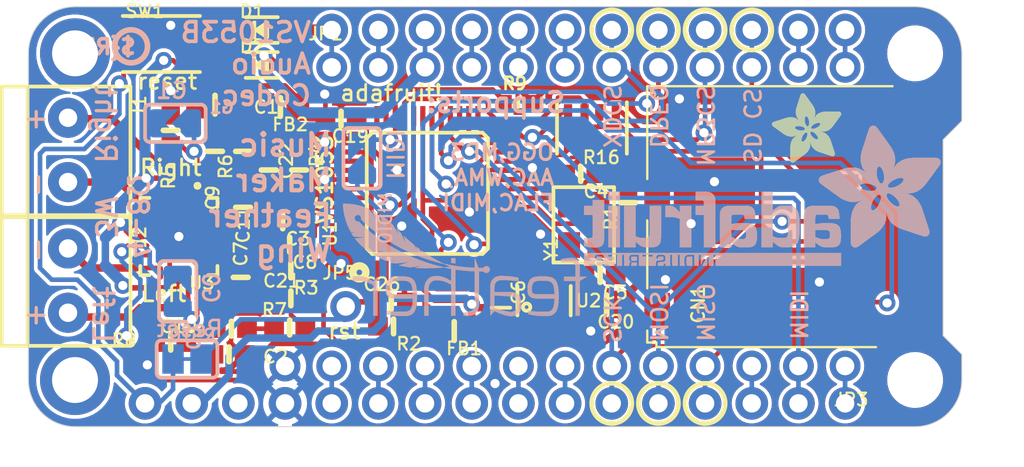
<source format=kicad_pcb>
(kicad_pcb (version 20221018) (generator pcbnew)
  (layers (0 "F.Cu" signal) (31 "B.Cu" signal) (34 "B.Paste" user) (35 "F.Paste" user) (36 "B.SilkS" user "B.Silkscreen") (37 "F.SilkS" user "F.Silkscreen") (38 "B.Mask" user) (39 "F.Mask" user) (44 "Edge.Cuts" user))
  (net 0 "")
  (net 1 "1.8V")
  (net 2 "3.3V")
  (net 3 "GND")
  (net 4 "AVDD")
  (net 5 "AGND")
  (net 6 "N$1")
  (net 7 "N$2")
  (net 8 "GPIO1")
  (net 9 "MISO")
  (net 10 "TX")
  (net 11 "MP3_RX")
  (net 12 "DREQ")
  (net 13 "CLKOUT")
  (net 14 "LEFT")
  (net 15 "RIGHT")
  (net 16 "N$5")
  (net 17 "N$6")
  (net 18 "MP3CS")
  (net 19 "XDCS")
  (net 20 "N$3")
  (net 21 "MP3RST")
  (net 22 "MOSI")
  (net 23 "SCLK")
  (net 24 "SD_CS")
  (net 25 "EN")
  (net 26 "USB")
  (net 27 "N")
  (net 28 "M")
  (net 29 "L")
  (net 30 "SCL")
  (net 31 "SDA")
  (net 32 "G")
  (net 33 "UART_RX")
  (net 34 "F")
  (net 35 "E")
  (net 36 "D")
  (net 37 "C")
  (net 38 "B")
  (net 39 "A")
  (net 40 "~{RESET}")
  (net 41 "GAIN1")
  (net 42 "GAIN0")
  (net 43 "VDD")
  (net 44 "IN_LEFT+")
  (net 45 "IN_RIGHT+")
  (net 46 "OUT_LEFT-")
  (net 47 "OUT_LEFT+")
  (net 48 "OUT_RIGHT-")
  (net 49 "OUT_RIGHT+")
  (net 50 "N$20")
  (net 51 "N$21")
  (net 52 "N$22")
  (net 53 "N$23")
  (net 54 "VBAT")
  (net 55 "GPIO0")
  (net 56 "AREF")
  (footprint "working:FEATHERWING_NODIM" (layer "F.Cu") (at 123.1011 116.4336)
    (fp_text reference "MS1" hide)
    (fp_text value "FEATHERWING_NODIM" hide)
  )
  (footprint "working:0603-NO" (layer "F.Cu") (at 134.0231 112.4966)
    (fp_text reference "C2")
    (fp_text value "0.1µF")
  )
  (footprint "working:CRYSTAL_3.2X2.5" (layer "F.Cu") (at 153.3271 105.4481 90)
    (fp_text reference "Y1")
    (fp_text value "ABM8G-12.288MHZ-4Y-T3")
  )
  (footprint "working:0805-NO" (layer "F.Cu") (at 146.2786 111.2266 180)
    (fp_text reference "FB1")
    (fp_text value "FERITTE")
  )
  (footprint "working:SOT23-6" (layer "F.Cu") (at 151.1681 109.5756)
    (fp_text reference "U2")
    (fp_text value "AP7312-1833W6-7")
  )
  (footprint "working:0603-NO" (layer "F.Cu") (at 137.8331 102.4636 -90)
    (fp_text reference "R4")
    (fp_text value "22")
  )
  (footprint "working:0603-NO" (layer "F.Cu") (at 134.7851 101.4476 90)
    (fp_text reference "R6")
    (fp_text value "100")
  )
  (footprint "working:0603-NO" (layer "F.Cu") (at 136.9441 105.2576 180)
    (fp_text reference "C3")
    (fp_text value "1uF")
  )
  (footprint "working:0603-NO" (layer "F.Cu") (at 137.3886 109.4486)
    (fp_text reference "C21")
    (fp_text value "10nF")
  )
  (footprint "working:0603-NO" (layer "F.Cu") (at 134.1501 111.0996 180)
    (fp_text reference "C10")
    (fp_text value "1µF")
  )
  (footprint "working:_0603MP" (layer "F.Cu") (at 149.7711 98.7806)
    (fp_text reference "R9")
    (fp_text value "100K")
  )
  (footprint "working:RESPACK_4X0603" (layer "F.Cu") (at 153.7716 100.1776 180)
    (fp_text reference "R16")
    (fp_text value "100K")
  )
  (footprint "working:0603-NO" (layer "F.Cu") (at 154.2161 108.1786 180)
    (fp_text reference "C5")
    (fp_text value "22pF")
  )
  (footprint "working:1X01_ROUND" (layer "F.Cu") (at 140.3731 109.8931)
    (fp_text reference "JP5")
    (fp_text value "")
  )
  (footprint "working:0805-NO" (layer "F.Cu") (at 154.5717 109.7788 180)
    (fp_text reference "C20")
    (fp_text value "10µF")
  )
  (footprint "working:0603-NO" (layer "F.Cu") (at 134.6581 108.3056 90)
    (fp_text reference "C11")
    (fp_text value "1µF")
  )
  (footprint "working:0603-NO" (layer "F.Cu") (at 133.2611 101.4476 -90)
    (fp_text reference "C9")
    (fp_text value "1µF")
  )
  (footprint "working:SOD-123" (layer "F.Cu") (at 135.8011 94.8436)
    (fp_text reference "D1")
    (fp_text value "MBR120")
  )
  (footprint "working:TERMBLOCK_1X2-3.5MM" (layer "F.Cu") (at 125.2601 101.3206 -90)
    (fp_text reference "J1")
    (fp_text value "3.5mm")
  )
  (footprint "working:0603-NO" (layer "F.Cu") (at 142.8496 109.6391)
    (fp_text reference "C26")
    (fp_text value "0.1µF")
  )
  (footprint "working:WQFN20" (layer "F.Cu") (at 131.2926 106.0831 180)
    (fp_text reference "U3")
    (fp_text value "TPA2012")
  )
  (footprint "working:FIDUCIAL_1MM" (layer "F.Cu") (at 126.9111 101.7016 -90)
    (fp_text reference "FID2" hide)
    (fp_text value "FIDUCIAL\"\"" hide)
  )
  (footprint "working:0603-NO" (layer "F.Cu") (at 153.162 102.6795 180)
    (fp_text reference "C4")
    (fp_text value "22pF")
  )
  (footprint "working:0603-NO" (layer "F.Cu") (at 134.7851 104.4956 -90)
    (fp_text reference "C7")
    (fp_text value "1µF")
  )
  (footprint "working:BTN_KMR2_4.6X2.8" (layer "F.Cu") (at 130.3401 95.6056)
    (fp_text reference "SW1")
    (fp_text value "KMR2")
  )
  (footprint "working:0603-NO" (layer "F.Cu") (at 155.7401 104.2416 90)
    (fp_text reference "R1")
    (fp_text value "1M")
  )
  (footprint "working:0805-NO" (layer "F.Cu") (at 133.2611 98.9076)
    (fp_text reference "C1")
    (fp_text value "10µF")
  )
  (footprint "working:0603-NO" (layer "F.Cu") (at 136.1821 102.4636 -90)
    (fp_text reference "C22")
    (fp_text value "10nF")
  )
  (footprint "working:FIDUCIAL_1MM" (layer "F.Cu") (at 170.9801 100.6856)
    (fp_text reference "FID1" hide)
    (fp_text value "FIDUCIAL\"\"" hide)
  )
  (footprint "working:ADAFRUIT_3.5MM" (layer "F.Cu") (at 167.3606 102.0826 90)
    (fp_text reference "U$36" hide)
    (fp_text value "" hide)
  )
  (footprint "working:0805-NO" (layer "F.Cu") (at 136.8171 99.0346 180)
    (fp_text reference "FB2")
    (fp_text value "FERITTE")
  )
  (footprint "working:0603-NO" (layer "F.Cu") (at 137.3251 106.5276 180)
    (fp_text reference "C8")
    (fp_text value "0.1µF")
  )
  (footprint "working:0603-NO" (layer "F.Cu") (at 142.9766 110.9726 180)
    (fp_text reference "R2")
    (fp_text value "100K")
  )
  (footprint "working:1X12_ROUND" (layer "F.Cu") (at 153.5811 96.8756)
    (fp_text reference "JP1")
    (fp_text value "")
  )
  (footprint "working:0603-NO" (layer "F.Cu") (at 130.8481 100.3046 -90)
    (fp_text reference "R5")
    (fp_text value "100K")
  )
  (footprint "working:LQFP48" (layer "F.Cu") (at 144.8181 103.7336 90)
    (fp_text reference "U1")
    (fp_text value "VS1053B")
  )
  (footprint "working:0603-NO" (layer "F.Cu") (at 137.3251 111.0361)
    (fp_text reference "R7")
    (fp_text value "100")
  )
  (footprint "working:_0805MP" (layer "F.Cu") (at 148.8186 109.9566 -90)
    (fp_text reference "C6")
    (fp_text value "10µF")
  )
  (footprint "working:SOD-123" (layer "F.Cu") (at 135.8011 96.7486)
    (fp_text reference "D2")
    (fp_text value "MBR120")
  )
  (footprint "working:MICROSD" (layer "F.Cu") (at 156.8831 112.0521 90)
    (fp_text reference "CN1")
    (fp_text value "2908-05WB-M6")
  )
  (footprint "working:1X13_ROUND_70" (layer "F.Cu") (at 152.3111 113.1316 180)
    (fp_text reference "JP3")
    (fp_text value "")
  )
  (footprint "working:0603-NO" (layer "F.Cu") (at 130.8481 111.8616 180)
    (fp_text reference "R8")
    (fp_text value "100K")
  )
  (footprint "working:0603-NO" (layer "F.Cu") (at 140.1191 99.6696 180)
    (fp_text reference "C19")
    (fp_text value "1µF")
  )
  (footprint "working:0603-NO" (layer "F.Cu") (at 137.3886 107.9246 180)
    (fp_text reference "R3")
    (fp_text value "22")
  )
  (footprint "working:TERMBLOCK_1X2-3.5MM" (layer "F.Cu") (at 125.2601 108.4326 -90)
    (fp_text reference "J2")
    (fp_text value "3.5mm")
  )
  (footprint "working:SOLDERJUMPER_ARROW_NOPASTE" (layer "B.Cu") (at 131.2291 109.0676 90)
    (fp_text reference "G0")
    (fp_text value "")
  )
  (footprint "working:SOLDERJUMPER_CLOSEDWIRE" (layer "B.Cu") (at 131.7371 112.7506 180)
    (fp_text reference "RST0")
    (fp_text value "")
  )
  (footprint "working:PCBFEAT-REV-040" (layer "B.Cu") (at 128.6891 95.7326 180)
    (fp_text reference "U$43" hide)
    (fp_text value "" hide)
  )
  (footprint "working:SOLDERJUMPER_ARROW_NOPASTE" (layer "B.Cu") (at 131.1021 99.9236 180)
    (fp_text reference "G1")
    (fp_text value "")
  )
  (footprint "working:SOLDERJUMPER_ARROW_NOPASTE" (layer "B.Cu") (at 141.2621 101.8286 90)
    (fp_text reference "MIDI0")
    (fp_text value "")
  )
  (footprint "working:ADAFRUIT_TEXT_20MM" (layer "B.Cu") (at 172.9105 107.6706 180)
    (fp_text reference "U$55" hide)
    (fp_text value "" hide)
  )
  (footprint "working:FEATHERLOGO_SMALL" (layer "B.Cu") (at 153.5811 110.4646 180)
    (fp_text reference "U$37" hide)
    (fp_text value "" hide)
  )
  (gr_circle (center 159.9311 115.1636) (end 161.023593 115.1636) (stroke (width 0.254)) (fill none) (layer "F.SilkS"))
  (gr_circle (center 159.9311 94.8436) (end 161.023593 94.8436) (stroke (width 0.254)) (fill none) (layer "F.SilkS"))
  (gr_circle (center 154.8511 94.8436) (end 155.943593 94.8436) (stroke (width 0.254)) (fill none) (layer "F.SilkS"))
  (gr_circle (center 154.8511 115.1636) (end 155.943593 115.1636) (stroke (width 0.254)) (fill none) (layer "F.SilkS"))
  (gr_circle (center 157.3911 115.1636) (end 158.483593 115.1636) (stroke (width 0.254)) (fill none) (layer "F.SilkS"))
  (gr_circle (center 157.3911 94.8436) (end 158.483593 94.8436) (stroke (width 0.254)) (fill none) (layer "F.SilkS"))
  (gr_circle (center 162.4711 94.8436) (end 163.563593 94.8436) (stroke (width 0.254)) (fill none) (layer "F.SilkS"))
  (gr_line (start 173.9011 112.4966) (end 173.9011 113.8936) (stroke (width 0.05)) (layer "Edge.Cuts"))
  (gr_arc (start 123.1011 96.1136) (mid 123.845049 94.317549) (end 125.6411 93.5736) (stroke (width 0.05)) (layer "Edge.Cuts"))
  (gr_arc (start 173.9011 113.8936) (mid 173.157151 115.689651) (end 171.3611 116.4336) (stroke (width 0.05)) (layer "Edge.Cuts"))
  (gr_line (start 171.3611 116.4336) (end 125.6411 116.4336) (stroke (width 0.05)) (layer "Edge.Cuts"))
  (gr_line (start 125.6411 93.5736) (end 171.3611 93.5736) (stroke (width 0.05)) (layer "Edge.Cuts"))
  (gr_line (start 172.8851 111.4806) (end 173.9011 112.4966) (stroke (width 0.05)) (layer "Edge.Cuts"))
  (gr_line (start 123.1011 113.8936) (end 123.1011 96.1136) (stroke (width 0.05)) (layer "Edge.Cuts"))
  (gr_line (start 173.9011 99.7966) (end 172.8851 100.8126) (stroke (width 0.05)) (layer "Edge.Cuts"))
  (gr_line (start 172.8851 100.8126) (end 172.8851 111.4806) (stroke (width 0.05)) (layer "Edge.Cuts"))
  (gr_arc (start 171.3611 93.5736) (mid 173.157151 94.317549) (end 173.9011 96.1136) (stroke (width 0.05)) (layer "Edge.Cuts"))
  (gr_arc (start 125.6411 116.4336) (mid 123.845049 115.689651) (end 123.1011 113.8936) (stroke (width 0.05)) (layer "Edge.Cuts"))
  (gr_line (start 173.9011 96.1136) (end 173.9011 99.7966) (stroke (width 0.05)) (layer "Edge.Cuts"))
  (gr_text "OGG,MP3,\nAAC,WMA,\nFLAC,MIDI" (at 151.8031 104.7496) (layer "B.SilkS") (effects (font (size 0.85344 0.85344) (thickness 0.16256)) (justify left bottom mirror)))
  (gr_text "MIDI" (at 165.0111 110.3376 -90) (layer "B.SilkS") (effects (font (size 0.87376 0.87376) (thickness 0.14224)) (justify mirror)))
  (gr_text "MP3CS" (at 159.9311 100.0506 -90) (layer "B.SilkS") (effects (font (size 0.87376 0.87376) (thickness 0.14224)) (justify mirror)))
  (gr_text "-" (at 123.7361 106.0196 -90) (layer "B.SilkS") (effects (font (size 1.0922 1.0922) (thickness 0.1778)) (justify right mirror)))
  (gr_text "-" (at 123.7361 102.4636 -90) (layer "B.SilkS") (effects (font (size 1.0922 1.0922) (thickness 0.1778)) (justify right mirror)))
  (gr_text "4-8Ω\n3W" (at 128.1811 105.0036 -90) (layer "B.SilkS") (effects (font (size 1.0795 1.0795) (thickness 0.1905)) (justify mirror)))
  (gr_text "Supports:" (at 152.4381 99.4156) (layer "B.SilkS") (effects (font (size 1.0668 1.0668) (thickness 0.2032)) (justify left bottom mirror)))
  (gr_text "SD CS" (at 162.4711 100.0506 -90) (layer "B.SilkS") (effects (font (size 0.87376 0.87376) (thickness 0.14224)) (justify mirror)))
  (gr_text "+" (at 123.6091 98.9076 -90) (layer "B.SilkS") (effects (font (size 1.0922 1.0922) (thickness 0.1778)) (justify right mirror)))
  (gr_text "Reset" (at 133.7691 111.0996) (layer "B.SilkS") (effects (font (size 0.87376 0.87376) (thickness 0.14224)) (justify left mirror)))
  (gr_text "VS1053B\nAudio\nCodec" (at 138.5951 99.0346) (layer "B.SilkS") (effects (font (size 1.0668 1.0668) (thickness 0.2032)) (justify left bottom mirror)))
  (gr_text "G0" (at 133.5151 107.9246 -90) (layer "B.SilkS") (effects (font (size 0.8636 0.8636) (thickness 0.1524)) (justify right top mirror)))
  (gr_text "G1" (at 129.9591 97.6376) (layer "B.SilkS") (effects (font (size 0.8636 0.8636) (thickness 0.1524)) (justify right top mirror)))
  (gr_text "MOSI" (at 157.3911 110.2106 -90) (layer "B.SilkS") (effects (font (size 0.87376 0.87376) (thickness 0.14224)) (justify mirror)))
  (gr_text "Music\nMaker\nFeather\nWing" (at 139.7381 103.9876) (layer "B.SilkS") (effects (font (size 1.194816 1.194816) (thickness 0.227584)) (justify left mirror)))
  (gr_text "DREQ" (at 157.3911 99.5426 -90) (layer "B.SilkS") (effects (font (size 0.87376 0.87376) (thickness 0.14224)) (justify mirror)))
  (gr_text "SCK" (at 154.8511 110.5916 -90) (layer "B.SilkS") (effects (font (size 0.87376 0.87376) (thickness 0.14224)) (justify mirror)))
  (gr_text "Left" (at 127.1651 111.9886 -90) (layer "B.SilkS") (effects (font (size 1.0922 1.0922) (thickness 0.1778)) (justify left mirror)))
  (gr_text "Right" (at 127.2921 97.7646 -90) (layer "B.SilkS") (effects (font (size 1.0922 1.0922) (thickness 0.1778)) (justify right mirror)))
  (gr_text "MIDI" (at 143.0401 100.1776 -90) (layer "B.SilkS") (effects (font (size 0.87376 0.87376) (thickness 0.14224)) (justify right mirror)))
  (gr_text "MISO" (at 159.9311 110.2106 -90) (layer "B.SilkS") (effects (font (size 0.87376 0.87376) (thickness 0.14224)) (justify mirror)))
  (gr_text "+" (at 123.6091 109.5756 -90) (layer "B.SilkS") (effects (font (size 1.0922 1.0922) (thickness 0.1778)) (justify right mirror)))
  (gr_text "XDCS" (at 154.8511 99.5426 -90) (layer "B.SilkS") (effects (font (size 0.87376 0.87376) (thickness 0.14224)) (justify mirror)))
  (gr_text "rst" (at 141.2621 110.7186) (layer "F.SilkS") (effects (font (size 0.87376 0.87376) (thickness 0.14224)) (justify right top)))
  (gr_text "Left" (at 130.4671 109.1946) (layer "F.SilkS") (effects (font (size 0.8636 0.8636) (thickness 0.1524))))
  (gr_text "VS1053" (at 139.2301 102.9716 90) (layer "F.SilkS") (effects (font (size 0.8636 0.8636) (thickness 0.1524))))
  (gr_text "adafruit!" (at 139.9921 98.2726) (layer "F.SilkS") (effects (font (size 0.87376 0.87376) (thickness 0.14224)) (justify left)))
  (gr_text "Right" (at 130.8481 102.3366) (layer "F.SilkS") (effects (font (size 0.8636 0.8636) (thickness 0.1524))))
  (gr_text "reset" (at 128.9431 98.1456) (layer "F.SilkS") (effects (font (size 0.87376 0.87376) (thickness 0.14224)) (justify left bottom)))
  (segment (start 147.9931 101.1936) (end 147.9931 101.7016) (width 0.254) (layer "F.Cu") (net 1))
  (segment (start 144.5681 104.1146) (end 144.5681 105.1346) (width 0.254) (layer "F.Cu") (net 1))
  (segment (start 146.5961 104.1146) (end 144.5681 104.1146) (width 0.254) (layer "F.Cu") (net 1))
  (segment (start 146.7231 103.9876) (end 146.7231 102.9716) (width 0.254) (layer "F.Cu") (net 1))
  (segment (start 145.3261 108.9406) (end 148.8186 108.9406) (width 0.254) (layer "F.Cu") (net 1))
  (segment (start 148.8186 108.9406) (end 149.4836 108.2756) (width 0.4064) (layer "F.Cu") (net 1))
  (segment (start 145.0721 107.9336) (end 145.0681 107.9336) (width 0.254) (layer "F.Cu") (net 1))
  (segment (start 145.0721 106.1466) (end 145.0721 105.6386) (width 0.254) (layer "F.Cu") (net 1))
  (segment (start 145.0721 106.1466) (end 145.0721 107.9336) (width 0.254) (layer "F.Cu") (net 1))
  (segment (start 150.2181 108.6206) (end 150.2181 108.2756) (width 0.4064) (layer "F.Cu") (net 1))
  (segment (start 145.0681 107.9336) (end 145.0681 108.6826) (width 0.254) (layer "F.Cu") (net 1))
  (segment (start 144.5681 105.1346) (end 145.0721 105.6386) (width 0.254) (layer "F.Cu") (net 1))
  (segment (start 144.0681 107.9336) (end 144.0681 106.1466) (width 0.254) (layer "F.Cu") (net 1))
  (segment (start 146.7231 103.9876) (end 146.5961 104.1146) (width 0.254) (layer "F.Cu") (net 1))
  (segment (start 144.0681 106.1466) (end 145.0721 106.1466) (width 0.254) (layer "F.Cu") (net 1))
  (segment (start 148.2031 100.9836) (end 149.0181 100.9836) (width 0.254) (layer "F.Cu") (net 1))
  (segment (start 145.0681 108.6826) (end 145.3261 108.9406) (width 0.254) (layer "F.Cu") (net 1))
  (segment (start 146.7231 102.9716) (end 147.9931 101.7016) (width 0.254) (layer "F.Cu") (net 1))
  (segment (start 149.4836 108.2756) (end 150.2181 108.2756) (width 0.4064) (layer "F.Cu") (net 1))
  (segment (start 144.5681 99.5336) (end 144.5681 104.1146) (width 0.254) (layer "F.Cu") (net 1))
  (segment (start 147.9931 101.1936) (end 148.2031 100.9836) (width 0.254) (layer "F.Cu") (net 1))
  (segment (start 145.1991 109.5756) (end 147.0406 109.5756) (width 0.254) (layer "F.Cu") (net 2))
  (segment (start 150.2181 110.1446) (end 150.6601 109.7026) (width 0.4064) (layer "F.Cu") (net 2))
  (segment (start 150.6601 109.7026) (end 152.1221 109.7026) (width 0.4064) (layer "F.Cu") (net 2))
  (segment (start 158.0261 106.9086) (end 155.5217 109.413) (width 0.4064) (layer "F.Cu") (net 2))
  (segment (start 144.5681 107.9336) (end 144.5681 108.9446) (width 0.254) (layer "F.Cu") (net 2))
  (segment (start 144.0681 99.5336) (end 144.0681 103.6066) (width 0.254) (layer "F.Cu") (net 2))
  (segment (start 151.4221 101.8921) (end 151.4221 102.8446) (width 0.254) (layer "F.Cu") (net 2))
  (segment (start 149.0181 103.4836) (end 147.9931 103.4836) (width 0.254) (layer "F.Cu") (net 2))
  (segment (start 152.1181 107.9906) (end 152.1181 108.2756) (width 0.254) (layer "F.Cu") (net 2))
  (segment (start 153.9621 112.1156) (end 153.2001 112.1156) (width 0.4064) (layer "F.Cu") (net 2))
  (segment (start 141.5161 101.0031) (end 141.5161 100.2166) (width 0.254) (layer "F.Cu") (net 2))
  (segment (start 149.7351 105.9836) (end 151.1681 107.4166) (width 0.254) (layer "F.Cu") (net 2))
  (segment (start 155.5217 109.413) (end 155.5217 109.7788) (width 0.4064) (layer "F.Cu") (net 2))
  (segment (start 162.9791 105.3846) (end 162.9791 101.8286) (width 0.254) (layer "F.Cu") (net 2))
  (segment (start 147.0406 109.5756) (end 147.2311 109.7661) (width 0.254) (layer "F.Cu") (net 2))
  (segment (start 151.1681 108.2756) (end 152.1181 108.2756) (width 0.4064) (layer "F.Cu") (net 2))
  (segment (start 151.4221 101.8921) (end 151.6761 101.6381) (width 0.254) (layer "F.Cu") (net 2))
  (segment (start 151.6761 101.6381) (end 152.1841 101.6381) (width 0.254) (layer "F.Cu") (net 2))
  (segment (start 142.2781 103.8606) (end 142.7861 104.3686) (width 0.254) (layer "F.Cu") (net 2))
  (segment (start 141.5161 100.2166) (end 140.9691 99.6696) (width 0.254) (layer "F.Cu") (net 2))
  (segment (start 142.2781 101.7651) (end 142.2781 103.8606) (width 0.254) (layer "F.Cu") (net 2))
  (segment (start 152.1221 109.7026) (end 152.1181 109.6986) (width 0.4064) (layer "F.Cu") (net 2))
  (segment (start 155.4916 101.4476) (end 162.5981 101.4476) (width 0.254) (layer "F.Cu") (net 2))
  (segment (start 153.2001 112.1156) (end 152.1181 111.2876) (width 0.4064) (layer "F.Cu") (net 2))
  (segment (start 142.2781 101.7651) (end 141.5161 101.0031) (width 0.254) (layer "F.Cu") (net 2))
  (segment (start 148.0541 109.9566) (end 150.2601 109.9566) (width 0.254) (layer "F.Cu") (net 2))
  (segment (start 147.228331 110.772888) (end 147.228331 110.909369) (width 0.254) (layer "F.Cu") (net 2))
  (segment (start 152.1181 110.8756) (end 152.1181 109.6986) (width 0.4064) (layer "F.Cu") (net 2))
  (segment (start 152.1841 101.6381) (end 152.4716 101.3506) (width 0.254) (layer "F.Cu") (net 2))
  (segment (start 152.1181 109.6986) (end 152.1181 108.2756) (width 0.4064) (layer "F.Cu") (net 2))
  (segment (start 161.4551 106.9086) (end 162.9791 105.3846) (width 0.4064) (layer "F.Cu") (net 2))
  (segment (start 144.0681 103.6066) (end 143.3061 104.3686) (width 0.254) (layer "F.Cu") (net 2))
  (segment (start 154.1716 101.0276) (end 155.0716 101.0276) (width 0.254) (layer "F.Cu") (net 2))
  (segment (start 148.0541 109.9566) (end 147.2311 109.9566) (width 0.4064) (layer "F.Cu") (net 2))
  (segment (start 163.9466 106.3521) (end 162.9791 105.3846) (width 0.254) (layer "F.Cu") (net 2))
  (segment (start 162.5981 101.4476) (end 162.9791 101.8286) (width 0.254) (layer "F.Cu") (net 2))
  (segment (start 150.7831 103.4836) (end 151.4221 102.8446) (width 0.254) (layer "F.Cu") (net 2))
  (segment (start 151.1681 107.4166) (end 151.1681 108.2756) (width 0.254) (layer "F.Cu") (net 2))
  (segment (start 155.5217 111.064) (end 155.5217 109.7788) (width 0.4064) (layer "F.Cu") (net 2))
  (segment (start 149.0181 103.4836) (end 150.7831 103.4836) (width 0.254) (layer "F.Cu") (net 2))
  (segment (start 155.0716 101.0276) (end 155.4916 101.4476) (width 0.254) (layer "F.Cu") (net 2))
  (segment (start 158.0261 106.9086) (end 161.4551 106.9086) (width 0.4064) (layer "F.Cu") (net 2))
  (segment (start 150.2181 110.8756) (end 150.2181 110.1446) (width 0.4064) (layer "F.Cu") (net 2))
  (segment (start 149.0181 105.9836) (end 147.9931 105.9836) (width 0.254) (layer "F.Cu") (net 2))
  (segment (start 152.1181 111.2876) (end 152.1181 110.8756) (width 0.4064) (layer "F.Cu") (net 2))
  (segment (start 152.4716 101.3506) (end 152.4716 101.0276) (width 0.254) (layer "F.Cu") (net 2))
  (segment (start 147.9931 103.4836) (end 147.9931 105.9836) (width 0.254) (layer "F.Cu") (net 2))
  (segment (start 147.2311 110.770119) (end 147.228331 110.772888) (width 0.254) (layer "F.Cu") (net 2))
  (segment (start 150.2601 109.9566) (end 150.2601 110.8336) (width 0.4064) (layer "F.Cu") (net 2))
  (segment (start 143.3061 104.3686) (end 142.7861 104.3686) (width 0.254) (layer "F.Cu") (net 2))
  (segment (start 144.5681 108.9446) (end 145.1991 109.5756) (width 0.254) (layer "F.Cu") (net 2))
  (segment (start 149.0181 105.9836) (end 149.7351 105.9836) (width 0.254) (layer "F.Cu") (net 2))
  (segment (start 147.2286 110.909369) (end 147.2286 111.2266) (width 0.4064) (layer "F.Cu") (net 2))
  (segment (start 147.228331 110.909369) (end 147.2286 110.909369) (width 0.4064) (layer "F.Cu") (net 2))
  (segment (start 163.9466 106.3521) (end 167.9231 106.3521) (width 0.254) (layer "F.Cu") (net 2))
  (segment (start 147.2311 109.7661) (end 147.2311 109.9566) (width 0.4064) (layer "F.Cu") (net 2))
  (segment (start 150.2601 110.8336) (end 150.2181 110.8756) (width 0.4064) (layer "F.Cu") (net 2))
  (segment (start 155.5217 111.064) (end 153.9621 112.1156) (width 0.4064) (layer "F.Cu") (net 2))
  (segment (start 147.2311 109.9566) (end 147.2311 110.770119) (width 0.4064) (layer "F.Cu") (net 2))
  (via (at 142.7861 104.3686) (size 0.9064) (drill 0.5) (layers "F.Cu" "B.Cu") (net 2))
  (via (at 147.2311 109.7661) (size 0.9064) (drill 0.5) (layers "F.Cu" "B.Cu") (net 2))
  (segment (start 141.0081 103.4796) (end 142.5321 105.0036) (width 0.254) (layer "B.Cu") (net 2))
  (segment (start 138.8491 111.2266) (end 141.8971 111.2266) (width 0.4064) (layer "B.Cu") (net 2))
  (segment (start 142.4051 105.1306) (end 142.4051 109.4486) (width 0.4064) (layer "B.Cu") (net 2))
  (segment (start 132.4991 115.1636) (end 134.0231 113.6396) (width 0.4064) (layer "B.Cu") (net 2))
  (segment (start 138.4681 111.6076) (end 138.8491 111.2266) (width 0.4064) (layer "B.Cu") (net 2))
  (segment (start 141.0081 102.5906) (end 141.2621 102.8446) (width 0.254) (layer "B.Cu") (net 2))
  (segment (start 135.0391 111.6076) (end 138.4681 111.6076) (width 0.4064) (layer "B.Cu") (net 2))
  (segment (start 142.4051 110.7186) (end 142.4051 109.4486) (width 0.4064) (layer "B.Cu") (net 2))
  (segment (start 141.8971 111.2266) (end 142.4051 110.7186) (width 0.4064) (layer "B.Cu") (net 2))
  (segment (start 141.0081 103.4796) (end 141.0081 102.5906) (width 0.254) (layer "B.Cu") (net 2))
  (segment (start 142.7861 104.7496) (end 142.5321 105.0036) (width 0.4064) (layer "B.Cu") (net 2))
  (segment (start 131.9911 115.1636) (end 132.4991 115.1636) (width 0.4064) (layer "B.Cu") (net 2))
  (segment (start 142.4051 109.4486) (end 146.9136 109.4486) (width 0.4064) (layer "B.Cu") (net 2))
  (segment (start 146.9136 109.4486) (end 147.2311 109.7661) (width 0.4064) (layer "B.Cu") (net 2))
  (segment (start 134.0231 113.6396) (end 134.0231 112.6236) (width 0.4064) (layer "B.Cu") (net 2))
  (segment (start 134.0231 112.6236) (end 135.0391 111.6076) (width 0.4064) (layer "B.Cu") (net 2))
  (segment (start 142.7861 104.3686) (end 142.7861 104.7496) (width 0.4064) (layer "B.Cu") (net 2))
  (segment (start 142.5321 105.0036) (end 142.4051 105.1306) (width 0.4064) (layer "B.Cu") (net 2))
  (segment (start 153.3716 101.0276) (end 153.3716 101.8286) (width 0.254) (layer "F.Cu") (net 3))
  (segment (start 130.7926 108.0581) (end 130.7926 106.5831) (width 0.254) (layer "F.Cu") (net 3))
  (segment (start 129.9981 111.8616) (end 129.9981 112.6481) (width 0.254) (layer "F.Cu") (net 3))
  (segment (start 152.312 102.6795) (end 153.1629 101.8286) (width 0.254) (layer "F.Cu") (net 3))
  (segment (start 130.8481 94.8056) (end 130.8861 94.8056) (width 0.254) (layer "F.Cu") (net 3))
  (segment (start 142.5681 98.1816) (end 139.4481 98.1816) (width 0.254) (layer "F.Cu") (net 3))
  (segment (start 153.6217 109.7788) (end 153.3661 109.5232) (width 0.254) (layer "F.Cu") (net 3))
  (segment (start 130.7926 106.5831) (end 131.2926 106.0831) (width 0.254) (layer "F.Cu") (net 3))
  (segment (start 139.2936 98.3361) (end 139.2301 98.3361) (width 0.254) (layer "F.Cu") (net 3))
  (segment (start 130.8481 94.5896) (end 130.8481 94.8056) (width 0.254) (layer "F.Cu") (net 3))
  (segment (start 130.7926 105.5831) (end 131.2926 106.0831) (width 0.254) (layer "F.Cu") (net 3))
  (segment (start 143.5681 107.9336) (end 143.5681 109.6391) (width 0.3048) (layer "F.Cu") (net 3))
  (segment (start 130.7926 104.1081) (end 130.7926 105.5831) (width 0.254) (layer "F.Cu") (net 3))
  (segment (start 131.2291 94.8056) (end 130.8861 94.8056) (width 0.254) (layer "F.Cu") (net 3))
  (segment (start 134.4041 97.8916) (end 134.2111 98.0846) (width 0.3048) (layer "F.Cu") (net 3))
  (segment (start 139.2691 98.4386) (end 139.2691 99.6696) (width 0.254) (layer "F.Cu") (net 3))
  (segment (start 129.9981 112.6481) (end 129.5781 113.0681) (width 0.254) (layer "F.Cu") (net 3))
  (segment (start 148.9981 102.4636) (end 148.1201 102.4636) (width 0.254) (layer "F.Cu") (net 3))
  (segment (start 128.2901 94.8056) (end 130.8861 94.8056) (width 0.254) (layer "F.Cu") (net 3))
  (segment (start 137.7671 98.5876) (end 137.7671 99.0346) (width 0.3048) (layer "F.Cu") (net 3))
  (segment (start 138.4021 99.6696) (end 139.2691 99.6696) (width 0.3048) (layer "F.Cu") (net 3))
  (segment (start 137.0711 97.8916) (end 137.7671 98.5876) (width 0.3048) (layer "F.Cu") (net 3))
  (segment (start 149.0181 102.4836) (end 150.5331 102.4836) (width 0.254) (layer "F.Cu") (net 3))
  (segment (start 148.7551 111.8616) (end 150.2791 111.8616) (width 0.3048) (layer "F.Cu") (net 3))
  (segment (start 149.0181 102.4836) (end 148.9981 102.4636) (width 0.254) (layer "F.Cu") (net 3))
  (segment (start 147.6121 102.9716) (end 147.3581 103.2256) (width 0.254) (layer "F.Cu") (net 3))
  (segment (start 134.2111 98.0846) (end 134.2111 98.9076) (width 0.3048) (layer "F.Cu") (net 3))
  (segment (start 139.4481 98.1816) (end 139.2936 98.3361) (width 0.254) (layer "F.Cu") (net 3))
  (segment (start 149.0181 101.9836) (end 150.1801 101.9836) (width 0.254) (layer "F.Cu") (net 3))
  (segment (start 143.5681 109.6391) (end 143.6996 109.6391) (width 0.3048) (layer "F.Cu") (net 3))
  (segment (start 139.2301 98.3996) (end 139.2301 98.3361) (width 0.254) (layer "F.Cu") (net 3))
  (segment (start 153.3716 101.8286) (end 155.1686 101.8286) (width 0.254) (layer "F.Cu") (net 3))
  (segment (start 137.7671 99.0346) (end 138.4021 99.6696) (width 0.3048) (layer "F.Cu") (net 3))
  (segment (start 149.0181 102.9836) (end 149.0061 102.9716) (width 0.254) (layer "F.Cu") (net 3))
  (segment (start 150.1801 101.9836) (end 150.5331 102.3366) (width 0.254) (layer "F.Cu") (net 3))
  (segment (start 149.0181 102.9836) (end 150.5331 102.9836) (width 0.254) (layer "F.Cu") (net 3))
  (segment (start 149.0061 102.9716) (end 147.6121 102.9716) (width 0.254) (layer "F.Cu") (net 3))
  (segment (start 132.3901 94.8056) (end 131.2291 94.8056) (width 0.254) (layer "F.Cu") (net 3))
  (segment (start 142.5681 99.5336) (end 142.5681 98.1816) (width 0.254) (layer "F.Cu") (net 3))
  (segment (start 139.2691 98.4386) (end 139.2301 98.3996) (width 0.254) (layer "F.Cu") (net 3))
  (segment (start 153.3661 109.5232) (end 153.3661 108.1786) (width 0.254) (layer "F.Cu") (net 3))
  (segment (start 147.3581 103.2256) (end 147.3581 104.6226) (width 0.254) (layer "F.Cu") (net 3))
  (segment (start 150.5331 102.9836) (end 150.5331 102.4836) (width 0.254) (layer "F.Cu") (net 3))
  (segment (start 153.1629 101.8286) (end 153.3716 101.8286) (width 0.254) (layer "F.Cu") (net 3))
  (segment (start 130.8481 99.4546) (end 130.8481 98.1456) (width 0.254) (layer "F.Cu") (net 3))
  (segment (start 134.4041 97.8916) (end 137.0711 97.8916) (width 0.3048) (layer "F.Cu") (net 3))
  (via (at 130.8481 98.1456) (size 0.9064) (drill 0.5) (layers "F.Cu" "B.Cu") (net 3))
  (via (at 129.5781 113.0681) (size 0.9064) (drill 0.5) (layers "F.Cu" "B.Cu") (net 3))
  (via (at 143.4211 105.5116) (size 0.9064) (drill 0.5) (layers "F.Cu" "B.Cu") (net 3))
  (via (at 159.1691 105.3846) (size 0.9064) (drill 0.5) (layers "F.Cu" "B.Cu") (net 3))
  (via (at 148.5011 114.0841) (size 0.9064) (drill 0.5) (layers "F.Cu" "B.Cu") (net 3))
  (via (at 150.5331 102.3366) (size 0.9064) (drill 0.5) (layers "F.Cu" "B.Cu") (net 3))
  (via (at 166.1541 108.5596) (size 0.9064) (drill 0.5) (layers "F.Cu" "B.Cu") (net 3))
  (via (at 158.5341 98.5901) (size 0.9064) (drill 0.5) (layers "F.Cu" "B.Cu") (net 3))
  (via (at 150.9776 105.9561) (size 0.9064) (drill 0.5) (layers "F.Cu" "B.Cu") (net 3))
  (via (at 139.2301 98.3361) (size 0.9064) (drill 0.5) (layers "F.Cu" "B.Cu") (net 3))
  (via (at 160.4391 103.0986) (size 0.9064) (drill 0.5) (layers "F.Cu" "B.Cu") (net 3))
  (via (at 130.8481 94.5896) (size 0.9064) (drill 0.5) (layers "F.Cu" "B.Cu") (net 3))
  (via (at 143.1671 102.4636) (size 0.9064) (drill 0.5) (layers "F.Cu" "B.Cu") (net 3))
  (via (at 131.2926 106.0831) (size 0.9064) (drill 0.5) (layers "F.Cu" "B.Cu") (net 3))
  (via (at 157.7721 108.4326) (size 0.9064) (drill 0.5) (layers "F.Cu" "B.Cu") (net 3))
  (via (at 147.1041 104.7496) (size 0.9064) (drill 0.5) (layers "F.Cu" "B.Cu") (net 3))
  (via (at 153.7081 111.2266) (size 0.9064) (drill 0.5) (layers "F.Cu" "B.Cu") (net 3))
  (segment (start 143.0401 105.6386) (end 143.0401 105.5116) (width 0.254) (layer "B.Cu") (net 3))
  (segment (start 138.0871 96.8756) (end 137.9601 96.7486) (width 0.254) (layer "B.Cu") (net 3))
  (segment (start 143.8266 111.0361) (end 143.8266 110.9726) (width 0.254) (layer "F.Cu") (net 4))
  (segment (start 135.5471 113.8936) (end 133.1341 113.8936) (width 0.254) (layer "F.Cu") (net 4))
  (segment (start 135.8011 112.4966) (end 136.3726 111.9251) (width 0.254) (layer "F.Cu") (net 4))
  (segment (start 139.1666 111.0996) (end 139.9921 111.9251) (width 0.254) (layer "F.Cu") (net 4))
  (segment (start 142.9376 111.9251) (end 143.8266 111.0361) (width 0.254) (layer "F.Cu") (net 4))
  (segment (start 129.3176 106.5831) (end 128.5066 106.5831) (width 0.254) (layer "F.Cu") (net 4))
  (segment (start 139.1666 109.3851) (end 139.1666 111.0996) (width 0.254) (layer "F.Cu") (net 4))
  (segment (start 141.7701 106.9086) (end 141.7701 105.0036) (width 0.254) (layer "F.Cu") (net 4))
  (segment (start 138.6831 106.0586) (end 138.2141 106.5276) (width 0.254) (layer "F.Cu") (net 4))
  (segment (start 138.6831 105.5506) (end 138.6831 106.0586) (width 0.254) (layer "F.Cu") (net 4))
  (segment (start 128.9431 113.8936) (end 128.4351 113.3856) (width 0.254) (layer "F.Cu") (net 4))
  (segment (start 141.7661 103.9836) (end 141.7701 103.9876) (width 0.254) (layer "F.Cu") (net 4))
  (segment (start 140.6381 105.0036) (end 139.2301 105.0036) (width 0.254) (layer "F.Cu") (net 4))
  (segment (start 141.7701 101.9556) (end 141.7701 103.9876) (width 0.254) (layer "F.Cu") (net 4))
  (segment (start 140.6181 103.9836) (end 141.7661 103.9836) (width 0.254) (layer "F.Cu") (net 4))
  (segment (start 135.8011 113.6396) (end 135.5471 113.8936) (width 0.254) (layer "F.Cu") (net 4))
  (segment (start 144.0806 111.2266) (end 145.3286 111.2266) (width 0.254) (layer "F.Cu") (net 4))
  (segment (start 140.6181 101.4836) (end 141.2981 101.4836) (width 0.254) (layer "F.Cu") (net 4))
  (segment (start 133.1731 112.4966) (end 133.1731 113.8546) (width 0.254) (layer "F.Cu") (net 4))
  (segment (start 139.1666 109.3851) (end 139.9921 108.5596) (width 0.254) (layer "F.Cu") (net 4))
  (segment (start 128.4351 113.3856) (end 128.4351 111.4806) (width 0.254) (layer "F.Cu") (net 4))
  (segment (start 135.8011 112.4966) (end 135.8011 113.6396) (width 0.254) (layer "F.Cu") (net 4))
  (segment (start 141.7701 103.9876) (end 141.7701 105.0036) (width 0.254) (layer "F.Cu") (net 4))
  (segment (start 128.5066 106.5831) (end 128.1811 106.9086) (width 0.254) (layer "F.Cu") (net 4))
  (segment (start 141.3891 107.2896) (end 141.7701 106.9086) (width 0.254) (layer "F.Cu") (net 4))
  (segment (start 133.1731 113.8546) (end 133.1341 113.8936) (width 0.254) (layer "F.Cu") (net 4))
  (segment (start 138.2141 106.5276) (end 138.1751 106.5276) (width 0.254) (layer "F.Cu") (net 4))
  (segment (start 140.6381 105.0036) (end 140.6181 104.9836) (width 0.254) (layer "F.Cu") (net 4))
  (segment (start 133.1341 113.8936) (end 128.9431 113.8936) (width 0.254) (layer "F.Cu") (net 4))
  (segment (start 143.8266 110.9726) (end 144.0806 111.2266) (width 0.254) (layer "F.Cu") (net 4))
  (segment (start 139.9921 111.9251) (end 142.9376 111.9251) (width 0.254) (layer "F.Cu") (net 4))
  (segment (start 141.1351 108.5596) (end 141.3891 108.3056) (width 0.254) (layer "F.Cu") (net 4))
  (segment (start 141.3891 108.3056) (end 141.3891 107.2896) (width 0.254) (layer "F.Cu") (net 4))
  (segment (start 139.2301 105.0036) (end 138.6831 105.5506) (width 0.254) (layer "F.Cu") (net 4))
  (segment (start 139.9921 108.5596) (end 141.1351 108.5596) (width 0.254) (layer "F.Cu") (net 4))
  (segment (start 141.2981 101.4836) (end 141.7701 101.9556) (width 0.254) (layer "F.Cu") (net 4))
  (segment (start 141.7701 105.0036) (end 140.6381 105.0036) (width 0.254) (layer "F.Cu") (net 4))
  (segment (start 136.3726 111.9251) (end 139.9921 111.9251) (width 0.254) (layer "F.Cu") (net 4))
  (via (at 128.1811 106.9086) (size 0.9064) (drill 0.5) (layers "F.Cu" "B.Cu") (net 4))
  (via (at 128.4351 111.4806) (size 0.9064) (drill 0.5) (layers "F.Cu" "B.Cu") (net 4))
  (segment (start 129.1971 108.4326) (end 129.1971 109.3216) (width 0.254) (layer "B.Cu") (net 4))
  (segment (start 128.4351 110.0836) (end 128.4351 111.4806) (width 0.254) (layer "B.Cu") (net 4))
  (segment (start 128.1811 106.9086) (end 128.1811 107.4166) (width 0.254) (layer "B.Cu") (net 4))
  (segment (start 128.1811 107.4166) (end 129.1971 108.4326) (width 0.254) (layer "B.Cu") (net 4))
  (segment (start 129.1971 109.3216) (end 128.4351 110.0836) (width 0.254) (layer "B.Cu") (net 4))
  (segment (start 134.7851 103.6456) (end 135.1171 103.3136) (width 0.254) (layer "F.Cu") (net 5))
  (segment (start 140.6181 102.9836) (end 139.2301 102.9836) (width 0.254) (layer "F.Cu") (net 5))
  (segment (start 139.7381 107.1746) (end 140.1191 107.5556) (width 0.254) (layer "F.Cu") (net 5))
  (segment (start 134.6581 109.8296) (end 134.1501 110.3376) (width 0.254) (layer "F.Cu") (net 5))
  (segment (start 139.7381 106.0196) (end 139.7381 107.1746) (width 0.254) (layer "F.Cu") (net 5))
  (segment (start 135.8401 106.4006) (end 136.0941 106.1466) (width 0.254) (layer "F.Cu") (net 5))
  (segment (start 136.0941 106.1466) (end 136.4751 106.5276) (width 0.254) (layer "F.Cu") (net 5))
  (segment (start 140.6181 105.9836) (end 139.7741 105.9836) (width 0.254) (layer "F.Cu") (net 5))
  (segment (start 134.6581 109.1556) (end 134.6581 109.8296) (width 0.254) (layer "F.Cu") (net 5))
  (segment (start 134.7461 112.4966) (end 134.8731 112.4966) (width 0.254) (layer "F.Cu") (net 5))
  (segment (start 133.9596 106.0831) (end 134.2771 106.4006) (width 0.254) (layer "F.Cu") (net 5))
  (segment (start 136.0941 105.2576) (end 136.0941 106.1466) (width 0.254) (layer "F.Cu") (net 5))
  (segment (start 140.6181 102.4836) (end 139.3571 102.4836) (width 0.254) (layer "F.Cu") (net 5))
  (segment (start 139.3571 102.4836) (end 139.3571 102.5906) (width 0.254) (layer "F.Cu") (net 5))
  (segment (start 133.2676 106.0831) (end 133.9596 106.0831) (width 0.254) (layer "F.Cu") (net 5))
  (segment (start 134.1501 110.3376) (end 134.1501 111.9006) (width 0.2032) (layer "F.Cu") (net 5))
  (segment (start 139.2301 107.9366) (end 139.2301 108.5596) (width 0.254) (layer "F.Cu") (net 5))
  (segment (start 134.2771 106.4006) (end 135.8401 106.4006) (width 0.254) (layer "F.Cu") (net 5))
  (segment (start 139.2301 108.5596) (end 138.3411 109.4486) (width 0.254) (layer "F.Cu") (net 5))
  (segment (start 136.1431 104.0266) (end 136.1821 103.9876) (width 0.254) (layer "F.Cu") (net 5))
  (segment (start 139.7741 105.9836) (end 139.7381 106.0196) (width 0.254) (layer "F.Cu") (net 5))
  (segment (start 134.1501 111.9006) (end 134.7461 112.4966) (width 0.254) (layer "F.Cu") (net 5))
  (segment (start 135.1171 103.3136) (end 136.1821 103.3136) (width 0.254) (layer "F.Cu") (net 5))
  (segment (start 138.3411 109.4486) (end 138.2386 109.4486) (width 0.254) (layer "F.Cu") (net 5))
  (via (at 139.2301 100.9396) (size 0.9064) (drill 0.5) (layers "F.Cu" "B.Cu") (net 5))
  (via (at 139.2301 102.9836) (size 0.9064) (drill 0.5) (layers "F.Cu" "B.Cu") (net 5))
  (via (at 140.1191 107.5556) (size 0.9064) (drill 0.5) (layers "F.Cu" "B.Cu") (net 5))
  (segment (start 139.2301 106.9206) (end 139.8651 107.5556) (width 0.6096) (layer "B.Cu") (net 5))
  (segment (start 139.8651 107.5556) (end 140.1191 107.5556) (width 0.6096) (layer "B.Cu") (net 5))
  (segment (start 139.2301 102.9836) (end 139.2301 100.9396) (width 0.6096) (layer "B.Cu") (net 5))
  (segment (start 139.2301 102.9836) (end 139.2301 106.9206) (width 0.6096) (layer "B.Cu") (net 5))
  (segment (start 155.0661 108.1786) (end 155.0661 107.4871) (width 0.254) (layer "F.Cu") (net 6))
  (segment (start 150.7751 104.4836) (end 151.6761 105.3846) (width 0.254) (layer "F.Cu") (net 6))
  (segment (start 154.1271 105.9306) (end 154.1271 106.5481) (width 0.254) (layer "F.Cu") (net 6))
  (segment (start 153.5811 105.3846) (end 154.1271 105.9306) (width 0.254) (layer "F.Cu") (net 6))
  (segment (start 154.2541 106.4211) (end 154.1271 106.5481) (width 0.254) (layer "F.Cu") (net 6))
  (segment (start 155.7401 105.0916) (end 154.4106 106.4211) (width 0.254) (layer "F.Cu") (net 6))
  (segment (start 155.0661 107.4871) (end 154.1271 106.5481) (width 0.254) (layer "F.Cu") (net 6))
  (segment (start 154.4106 106.4211) (end 154.2541 106.4211) (width 0.254) (layer "F.Cu") (net 6))
  (segment (start 151.6761 105.3846) (end 153.5811 105.3846) (width 0.254) (layer "F.Cu") (net 6))
  (segment (start 149.0181 104.4836) (end 150.7751 104.4836) (width 0.254) (layer "F.Cu") (net 6))
  (segment (start 152.8191 103.7336) (end 153.8732 102.6795) (width 0.254) (layer "F.Cu") (net 7))
  (segment (start 154.012 102.6795) (end 155.028 102.6795) (width 0.254) (layer "F.Cu") (net 7))
  (segment (start 152.8191 103.7336) (end 152.8191 103.9291) (width 0.254) (layer "F.Cu") (net 7))
  (segment (start 149.0181 103.9836) (end 152.2896 103.9836) (width 0.254) (layer "F.Cu") (net 7))
  (segment (start 152.5271 104.2211) (end 152.5271 104.3481) (width 0.254) (layer "F.Cu") (net 7))
  (segment (start 153.8732 102.6795) (end 154.012 102.6795) (width 0.254) (layer "F.Cu") (net 7))
  (segment (start 152.8191 103.9291) (end 152.5271 104.2211) (width 0.254) (layer "F.Cu") (net 7))
  (segment (start 155.028 102.6795) (end 155.7401 103.3916) (width 0.254) (layer "F.Cu") (net 7))
  (segment (start 152.2896 103.9836) (end 152.5271 104.2211) (width 0.254) (layer "F.Cu") (net 7))
  (segment (start 149.0091 98.7171) (end 149.0091 98.7806) (width 0.254) (layer "F.Cu") (net 8))
  (segment (start 143.0401 100.4316) (end 143.0401 100.5586) (width 0.254) (layer "F.Cu") (net 8))
  (segment (start 143.0401 100.5586) (end 142.7861 100.8126) (width 0.254) (layer "F.Cu") (net 8))
  (segment (start 143.0681 100.4036) (end 143.0401 100.4316) (width 0.254) (layer "F.Cu") (net 8))
  (segment (start 143.6116 98.0821) (end 148.3741 98.0821) (width 0.254) (layer "F.Cu") (net 8))
  (segment (start 143.0681 99.5336) (end 143.0681 98.6256) (width 0.254) (layer "F.Cu") (net 8))
  (segment (start 148.3741 98.0821) (end 149.0091 98.7171) (width 0.254) (layer "F.Cu") (net 8))
  (segment (start 143.0681 98.6256) (end 143.6116 98.0821) (width 0.254) (layer "F.Cu") (net 8))
  (segment (start 143.0681 99.5336) (end 143.0681 100.4036) (width 0.254) (layer "F.Cu") (net 8))
  (via (at 142.7861 100.8126) (size 0.9064) (drill 0.5) (layers "F.Cu" "B.Cu") (net 8))
  (segment (start 141.2621 100.8126) (end 142.7861 100.8126) (width 0.254) (layer "B.Cu") (net 8))
  (segment (start 163.4106 109.6521) (end 167.5231 109.6521) (width 0.254) (layer "F.Cu") (net 9))
  (segment (start 167.5231 109.6521) (end 169.7866 109.6521) (width 0.254) (layer "F.Cu") (net 9))
  (segment (start 169.8371 109.7026) (end 169.8241 109.7156) (width 0.254) (layer "F.Cu") (net 9))
  (segment (start 145.0681 102.4596) (end 145.8341 103.2256) (width 0.254) (layer "F.Cu") (net 9))
  (segment (start 159.9311 113.1316) (end 163.4106 109.6521) (width 0.254) (layer "F.Cu") (net 9))
  (segment (start 145.0681 99.5336) (end 145.0681 102.4596) (width 0.254) (layer "F.Cu") (net 9))
  (segment (start 169.7866 109.6521) (end 169.8371 109.7026) (width 0.254) (layer "F.Cu") (net 9))
  (via (at 145.8341 103.2256) (size 0.9064) (drill 0.5) (layers "F.Cu" "B.Cu") (net 9))
  (via (at 169.8371 109.7026) (size 0.9064) (drill 0.5) (layers "F.Cu" "B.Cu") (net 9))
  (segment (start 146.0881 99.2251) (end 153.524137 99.2251) (width 0.254) (layer "B.Cu") (net 9))
  (segment (start 145.8341 103.2256) (end 145.0721 102.4636) (width 0.254) (layer "B.Cu") (net 9))
  (segment (start 159.1691 102.0826) (end 167.2971 102.0826) (width 0.254) (layer "B.Cu") (net 9))
  (segment (start 159.1691 102.0826) (end 157.3911 100.3046) (width 0.254) (layer "B.Cu") (net 9))
  (segment (start 167.2971 102.0826) (end 170.0911 104.8766) (width 0.254) (layer "B.Cu") (net 9))
  (segment (start 159.9311 113.1316) (end 159.9311 115.1636) (width 0.254) (layer "B.Cu") (net 9))
  (segment (start 153.524137 99.2251) (end 154.603637 100.3046) (width 0.254) (layer "B.Cu") (net 9))
  (segment (start 145.0721 100.2411) (end 146.0881 99.2251) (width 0.254) (layer "B.Cu") (net 9))
  (segment (start 170.0911 109.4486) (end 169.8371 109.7026) (width 0.254) (layer "B.Cu") (net 9))
  (segment (start 145.0721 102.4636) (end 145.0721 100.2411) (width 0.254) (layer "B.Cu") (net 9))
  (segment (start 170.0911 104.8766) (end 170.0911 109.4486) (width 0.254) (layer "B.Cu") (net 9))
  (segment (start 157.3911 100.3046) (end 154.603637 100.3046) (width 0.254) (layer "B.Cu") (net 9))
  (segment (start 152.1451 99.3276) (end 150.7871 100.6856) (width 0.254) (layer "F.Cu") (net 11))
  (segment (start 147.0681 100.3956) (end 147.0681 99.5336) (width 0.254) (layer "F.Cu") (net 11))
  (segment (start 150.0251 100.6856) (end 150.5331 100.6856) (width 0.254) (layer "F.Cu") (net 11))
  (segment (start 147.8661 100.5586) (end 147.2311 100.5586) (width 0.254) (layer "F.Cu") (net 11))
  (segment (start 147.2311 100.5586) (end 147.0681 100.3956) (width 0.254) (layer "F.Cu") (net 11))
  (segment (start 152.4716 99.3276) (end 152.1451 99.3276) (width 0.254) (layer "F.Cu") (net 11))
  (segment (start 147.8661 100.5586) (end 147.9931 100.4316) (width 0.254) (layer "F.Cu") (net 11))
  (segment (start 149.7711 100.4316) (end 150.0251 100.6856) (width 0.254) (layer "F.Cu") (net 11))
  (segment (start 150.7871 100.6856) (end 150.5331 100.6856) (width 0.254) (layer "F.Cu") (net 11))
  (segment (start 147.9931 100.4316) (end 149.7711 100.4316) (width 0.254) (layer "F.Cu") (net 11))
  (via (at 150.5331 100.6856) (size 0.9064) (drill 0.5) (layers "F.Cu" "B.Cu") (net 11))
  (segment (start 151.2951 100.6856) (end 150.5331 100.6856) (width 0.254) (layer "B.Cu") (net 11))
  (segment (start 165.0111 104.2416) (end 165.0111 113.1316) (width 0.254) (layer "B.Cu") (net 11))
  (segment (start 165.0111 113.1316) (end 165.0111 115.1636) (width 0.254) (layer "B.Cu") (net 11))
  (segment (start 154.5971 103.9876) (end 151.2951 100.6856) (width 0.254) (layer "B.Cu") (net 11))
  (segment (start 164.7571 103.9876) (end 165.0111 104.2416) (width 0.254) (layer "B.Cu") (net 11))
  (segment (start 154.5971 103.9876) (end 164.7571 103.9876) (width 0.254) (layer "B.Cu") (net 11))
  (segment (start 145.5681 107.9336) (end 145.5681 106.7936) (width 0.254) (layer "F.Cu") (net 12))
  (segment (start 157.3911 98.2091) (end 156.7561 98.8441) (width 0.254) (layer "F.Cu") (net 12))
  (segment (start 157.3911 96.8756) (end 157.3911 98.2091) (width 0.254) (layer "F.Cu") (net 12))
  (segment (start 145.5681 106.7936) (end 145.9611 106.4006) (width 0.254) (layer "F.Cu") (net 12))
  (via (at 156.7561 98.8441) (size 0.9064) (drill 0.5) (layers "F.Cu" "B.Cu") (net 12))
  (via (at 145.9611 106.4006) (size 0.9064) (drill 0.5) (layers "F.Cu" "B.Cu") (net 12))
  (segment (start 154.6606 98.8441) (end 156.7561 98.8441) (width 0.254) (layer "B.Cu") (net 12))
  (segment (start 154.0256 98.2091) (end 144.3736 98.2091) (width 0.254) (layer "B.Cu") (net 12))
  (segment (start 154.0256 98.2091) (end 154.6606 98.8441) (width 0.254) (layer "B.Cu") (net 12))
  (segment (start 157.3911 94.8436) (end 157.3911 96.8756) (width 0.254) (layer "B.Cu") (net 12))
  (segment (start 144.3736 98.2091) (end 144.0561 98.5266) (width 0.254) (layer "B.Cu") (net 12))
  (segment (start 144.0561 104.4956) (end 144.0561 98.5266) (width 0.254) (layer "B.Cu") (net 12))
  (segment (start 145.9611 106.4006) (end 144.0561 104.4956) (width 0.254) (layer "B.Cu") (net 12))
  (segment (start 140.6181 105.4836) (end 139.5121 105.4836) (width 0.254) (layer "F.Cu") (net 14))
  (segment (start 138.1751 107.9881) (end 138.2386 107.9246) (width 0.254) (layer "F.Cu") (net 14))
  (segment (start 137.3886 108.5596) (end 137.3886 110.3376) (width 0.2032) (layer "F.Cu") (net 14))
  (segment (start 137.3886 110.3376) (end 138.0871 111.0361) (width 0.254) (layer "F.Cu") (net 14))
  (segment (start 138.4681 107.9246) (end 138.2386 107.9246) (width 0.254) (layer "F.Cu") (net 14))
  (segment (start 139.2301 105.7656) (end 139.2301 107.1626) (width 0.254) (layer "F.Cu") (net 14))
  (segment (start 138.0236 107.9246) (end 138.2386 107.9246) (width 0.254) (layer "F.Cu") (net 14))
  (segment (start 138.0871 111.0361) (end 138.1751 111.0361) (width 0.254) (layer "F.Cu") (net 14))
  (segment (start 139.2301 107.1626) (end 138.4681 107.9246) (width 0.254) (layer "F.Cu") (net 14))
  (segment (start 139.5121 105.4836) (end 139.2301 105.7656) (width 0.254) (layer "F.Cu") (net 14))
  (segment (start 137.3886 108.5596) (end 138.0236 107.9246) (width 0.254) (layer "F.Cu") (net 14))
  (segment (start 137.8331 101.3206) (end 137.1981 100.6856) (width 0.254) (layer "F.Cu") (net 15))
  (segment (start 140.6181 101.9836) (end 138.2031 101.9836) (width 0.254) (layer "F.Cu") (net 15))
  (segment (start 137.8331 101.6136) (end 137.8331 101.3206) (width 0.254) (layer "F.Cu") (net 15))
  (segment (start 137.1981 100.6856) (end 134.8731 100.6856) (width 0.254) (layer "F.Cu") (net 15))
  (segment (start 134.8731 100.6856) (end 134.7851 100.5976) (width 0.254) (layer "F.Cu") (net 15))
  (segment (start 138.2031 101.9836) (end 137.8331 101.6136) (width 0.254) (layer "F.Cu") (net 15))
  (segment (start 136.5386 109.4486) (end 136.5386 107.9246) (width 0.254) (layer "F.Cu") (net 16))
  (segment (start 136.1431 101.5746) (end 136.1821 101.6136) (width 0.254) (layer "F.Cu") (net 17))
  (segment (start 136.3091 101.5746) (end 136.1431 101.5746) (width 0.254) (layer "F.Cu") (net 17))
  (segment (start 136.3091 101.7896) (end 137.8331 103.3136) (width 0.254) (layer "F.Cu") (net 17))
  (segment (start 136.3091 101.5746) (end 136.3091 101.7896) (width 0.254) (layer "F.Cu") (net 17))
  (segment (start 151.0686 101.4836) (end 151.8666 100.6856) (width 0.254) (layer "F.Cu") (net 18))
  (segment (start 155.3591 100.1141) (end 156.0576 100.8126) (width 0.254) (layer "F.Cu") (net 18))
  (segment (start 152.1206 100.1141) (end 154.1716 100.1141) (width 0.254) (layer "F.Cu") (net 18))
  (segment (start 159.4866 100.8126) (end 159.8676 100.4316) (width 0.254) (layer "F.Cu") (net 18))
  (segment (start 151.8666 100.6856) (end 151.8666 100.3681) (width 0.254) (layer "F.Cu") (net 18))
  (segment (start 154.1716 100.1141) (end 155.3591 100.1141) (width 0.254) (layer "F.Cu") (net 18))
  (segment (start 154.1716 99.3276) (end 154.1716 100.1141) (width 0.254) (layer "F.Cu") (net 18))
  (segment (start 151.8666 100.3681) (end 152.1206 100.1141) (width 0.254) (layer "F.Cu") (net 18))
  (segment (start 149.0181 101.4836) (end 151.0686 101.4836) (width 0.254) (layer "F.Cu") (net 18))
  (segment (start 156.0576 100.8126) (end 159.4866 100.8126) (width 0.254) (layer "F.Cu") (net 18))
  (via (at 159.8676 100.4316) (size 0.9064) (drill 0.5) (layers "F.Cu" "B.Cu") (net 18))
  (segment (start 159.9311 100.3681) (end 159.8676 100.4316) (width 0.254) (layer "B.Cu") (net 18))
  (segment (start 159.9311 94.8436) (end 159.9311 96.8756) (width 0.254) (layer "B.Cu") (net 18))
  (segment (start 159.9311 100.3681) (end 159.9311 96.8756) (width 0.254) (layer "B.Cu") (net 18))
  (segment (start 147.5681 106.4836) (end 147.5241 106.5276) (width 0.254) (layer "F.Cu") (net 19))
  (segment (start 149.0181 106.4836) (end 147.5681 106.4836) (width 0.254) (layer "F.Cu") (net 19))
  (segment (start 147.5241 106.5276) (end 147.3581 106.5276) (width 0.254) (layer "F.Cu") (net 19))
  (via (at 147.3581 106.5276) (size 0.9064) (drill 0.5) (layers "F.Cu" "B.Cu") (net 19))
  (segment (start 157.5816 99.2251) (end 157.5816 98.4631) (width 0.254) (layer "B.Cu") (net 19))
  (segment (start 144.5641 99.9236) (end 145.7706 98.7171) (width 0.254) (layer "B.Cu") (net 19))
  (segment (start 157.0101 99.7966) (end 157.5816 99.2251) (width 0.254) (layer "B.Cu") (net 19))
  (segment (start 157.2006 98.1456) (end 156.9466 98.0186) (width 0.254) (layer "B.Cu") (net 19))
  (segment (start 156.5656 98.0186) (end 155.4226 96.8756) (width 0.254) (layer "B.Cu") (net 19))
  (segment (start 154.7876 99.7966) (end 157.0101 99.7966) (width 0.254) (layer "B.Cu") (net 19))
  (segment (start 155.4226 96.8756) (end 154.8511 96.8756) (width 0.254) (layer "B.Cu") (net 19))
  (segment (start 145.7706 98.7171) (end 153.7081 98.7171) (width 0.254) (layer "B.Cu") (net 19))
  (segment (start 144.5641 103.4796) (end 144.5641 99.9236) (width 0.254) (layer "B.Cu") (net 19))
  (segment (start 157.5816 98.4631) (end 157.2006 98.1456) (width 0.254) (layer "B.Cu") (net 19))
  (segment (start 154.8511 97.1931) (end 154.8511 96.8756) (width 0.254) (layer "B.Cu") (net 19))
  (segment (start 153.7081 98.7171) (end 154.7876 99.7966) (width 0.254) (layer "B.Cu") (net 19))
  (segment (start 147.3581 106.5276) (end 147.3581 106.2736) (width 0.254) (layer "B.Cu") (net 19))
  (segment (start 156.9466 98.0186) (end 156.5656 98.0186) (width 0.254) (layer "B.Cu") (net 19))
  (segment (start 154.8511 94.8436) (end 154.8511 96.8756) (width 0.254) (layer "B.Cu") (net 19))
  (segment (start 147.3581 106.2736) (end 144.5641 103.4796) (width 0.254) (layer "B.Cu") (net 19))
  (segment (start 140.6181 104.4836) (end 138.9881 104.4836) (width 0.254) (layer "F.Cu") (net 20))
  (segment (start 138.9881 104.4836) (end 138.2141 105.2576) (width 0.254) (layer "F.Cu") (net 20))
  (segment (start 138.2141 105.2576) (end 137.7941 105.2576) (width 0.254) (layer "F.Cu") (net 20))
  (segment (start 140.6271 109.6391) (end 141.9996 109.6391) (width 0.3048) (layer "F.Cu") (net 21))
  (segment (start 142.3806 108.8771) (end 141.9996 109.2581) (width 0.254) (layer "F.Cu") (net 21))
  (segment (start 143.0681 107.9336) (end 143.0681 108.6586) (width 0.254) (layer "F.Cu") (net 21))
  (segment (start 143.0681 108.6586) (end 142.8496 108.8771) (width 0.254) (layer "F.Cu") (net 21))
  (segment (start 142.1266 109.7661) (end 142.1266 110.9726) (width 0.3048) (layer "F.Cu") (net 21))
  (segment (start 141.9996 109.2581) (end 141.9996 109.6391) (width 0.254) (layer "F.Cu") (net 21))
  (segment (start 142.8496 108.8771) (end 142.3806 108.8771) (width 0.254) (layer "F.Cu") (net 21))
  (segment (start 140.6271 109.6391) (end 140.3731 109.8931) (width 0.3048) (layer "F.Cu") (net 21))
  (segment (start 141.9996 109.6391) (end 142.1266 109.7661) (width 0.3048) (layer "F.Cu") (net 21))
  (segment (start 134.6581 110.5916) (end 140.3096 110.5916) (width 0.254) (layer "B.Cu") (net 21))
  (segment (start 134.6581 110.5916) (end 132.4991 112.7506) (width 0.254) (layer "B.Cu") (net 21))
  (segment (start 140.3096 110.5916) (end 140.3731 110.5281) (width 0.3048) (layer "B.Cu") (net 21))
  (segment (start 140.3731 110.5281) (end 140.3731 109.8931) (width 0.3048) (layer "B.Cu") (net 21))
  (segment (start 164.1221 105.2576) (end 167.5176 105.2576) (width 0.254) (layer "F.Cu") (net 22))
  (segment (start 145.5681 101.5626) (end 145.9611 101.9556) (width 0.254) (layer "F.Cu") (net 22))
  (segment (start 167.5176 105.2576) (end 167.5231 105.2521) (width 0.254) (layer "F.Cu") (net 22))
  (segment (start 145.5681 99.5336) (end 145.5681 101.5626) (width 0.254) (layer "F.Cu") (net 22))
  (via (at 145.9611 101.9556) (size 0.9064) (drill 0.5) (layers "F.Cu" "B.Cu") (net 22))
  (via (at 164.1221 105.2576) (size 0.9064) (drill 0.5) (layers "F.Cu" "B.Cu") (net 22))
  (segment (start 157.3911 113.1316) (end 157.3911 110.0836) (width 0.254) (layer "B.Cu") (net 22))
  (segment (start 147.4851 100.6221) (end 156.9466 110.0836) (width 0.254) (layer "B.Cu") (net 22))
  (segment (start 162.2171 105.2576) (end 164.1221 105.2576) (width 0.254) (layer "B.Cu") (net 22))
  (segment (start 156.9466 110.0836) (end 157.3911 110.0836) (width 0.254) (layer "B.Cu") (net 22))
  (segment (start 147.4851 100.6221) (end 146.6596 100.6221) (width 0.254) (layer "B.Cu") (net 22))
  (segment (start 157.3911 110.0836) (end 162.2171 105.2576) (width 0.254) (layer "B.Cu") (net 22))
  (segment (start 146.6596 100.6221) (end 146.0881 101.1936) (width 0.254) (layer "B.Cu") (net 22))
  (segment (start 145.9611 101.9556) (end 146.0881 101.8286) (width 0.254) (layer "B.Cu") (net 22))
  (segment (start 146.0881 101.8286) (end 146.0881 101.1936) (width 0.254) (layer "B.Cu") (net 22))
  (segment (start 157.3911 113.1316) (end 157.3911 115.1636) (width 0.254) (layer "B.Cu") (net 22))
  (segment (start 146.0681 100.6656) (end 146.8501 101.4476) (width 0.254) (layer "F.Cu") (net 23))
  (segment (start 162.8166 107.4521) (end 167.5231 107.4521) (width 0.254) (layer "F.Cu") (net 23))
  (segment (start 158.6611 111.6076) (end 162.8166 107.4521) (width 0.254) (layer "F.Cu") (net 23))
  (segment (start 146.0681 99.5336) (end 146.0681 100.6656) (width 0.254) (layer "F.Cu") (net 23))
  (segment (start 154.8511 112.8776) (end 154.8511 113.1316) (width 0.254) (layer "F.Cu") (net 23))
  (segment (start 158.6611 111.6076) (end 156.1211 111.6076) (width 0.254) (layer "F.Cu") (net 23))
  (segment (start 146.8501 101.4476) (end 147.1041 101.4476) (width 0.254) (layer "F.Cu") (net 23))
  (segment (start 156.1211 111.6076) (end 154.8511 112.8776) (width 0.254) (layer "F.Cu") (net 23))
  (via (at 147.1041 101.4476) (size 0.9064) (drill 0.5) (layers "F.Cu" "B.Cu") (net 23))
  (segment (start 154.8511 113.1316) (end 154.8511 115.1636) (width 0.254) (layer "B.Cu") (net 23))
  (segment (start 147.6121 101.4476) (end 154.8511 108.6866) (width 0.254) (layer "B.Cu") (net 23))
  (segment (start 147.1041 101.4476) (end 147.6121 101.4476) (width 0.254) (layer "B.Cu") (net 23))
  (segment (start 154.8511 108.6866) (end 154.8511 113.1316) (width 0.254) (layer "B.Cu") (net 23))
  (segment (start 154.8511 112.8776) (end 154.8511 113.1316) (width 0.254) (layer "B.Cu") (net 23))
  (segment (start 155.4036 99.3276) (end 156.3806 100.3046) (width 0.254) (layer "F.Cu") (net 24))
  (segment (start 166.3186 104.1521) (end 167.1231 104.1521) (width 0.254) (layer "F.Cu") (net 24))
  (segment (start 158.5976 100.3046) (end 159.6771 99.2251) (width 0.254) (layer "F.Cu") (net 24))
  (segment (start 162.4711 100.3046) (end 162.4711 99.2251) (width 0.254) (layer "F.Cu") (net 24))
  (segment (start 162.4711 100.3046) (end 166.3186 104.1521) (width 0.254) (layer "F.Cu") (net 24))
  (segment (start 156.3806 100.3046) (end 158.5976 100.3046) (width 0.254) (layer "F.Cu") (net 24))
  (segment (start 155.0716 99.3276) (end 155.4036 99.3276) (width 0.254) (layer "F.Cu") (net 24))
  (segment (start 159.6771 99.2251) (end 162.4711 99.2251) (width 0.254) (layer "F.Cu") (net 24))
  (segment (start 162.4711 99.2251) (end 162.4711 96.8756) (width 0.254) (layer "F.Cu") (net 24))
  (segment (start 162.4711 94.8436) (end 162.4711 96.8756) (width 0.254) (layer "B.Cu") (net 24))
  (segment (start 142.1511 94.8436) (end 142.1511 96.8756) (width 0.254) (layer "B.Cu") (net 25))
  (segment (start 137.6511 96.7486) (end 136.4361 96.7486) (width 0.6096) (layer "F.Cu") (net 26))
  (segment (start 136.4361 96.7486) (end 135.9281 96.2406) (width 0.6096) (layer "F.Cu") (net 26))
  (via (at 135.9281 96.2406) (size 0.9064) (drill 0.5) (layers "F.Cu" "B.Cu") (net 26))
  (segment (start 135.9281 96.2406) (end 135.9281 97.1296) (width 0.6096) (layer "B.Cu") (net 26))
  (segment (start 135.9281 97.1296) (end 138.0871 99.3521) (width 0.6096) (layer "B.Cu") (net 26))
  (segment (start 144.6911 94.8436) (end 144.6911 96.8756) (width 0.254) (layer "B.Cu") (net 26))
  (segment (start 142.2781 99.3521) (end 144.6911 96.8756) (width 0.6096) (layer "B.Cu") (net 26))
  (segment (start 138.0871 99.3521) (end 142.2781 99.3521) (width 0.6096) (layer "B.Cu") (net 26))
  (segment (start 147.2311 94.8436) (end 147.2311 96.8756) (width 0.254) (layer "B.Cu") (net 27))
  (segment (start 149.7711 94.8436) (end 149.7711 96.8756) (width 0.254) (layer "B.Cu") (net 28))
  (segment (start 152.3111 94.8436) (end 152.3111 96.8756) (width 0.254) (layer "B.Cu") (net 29))
  (segment (start 165.0111 94.8436) (end 165.0111 96.8756) (width 0.254) (layer "B.Cu") (net 30))
  (segment (start 167.5511 94.8436) (end 167.5511 96.8756) (width 0.254) (layer "B.Cu") (net 31))
  (segment (start 167.5511 113.1316) (end 167.5511 115.1636) (width 0.254) (layer "B.Cu") (net 32))
  (segment (start 162.4711 113.1316) (end 162.4711 115.1636) (width 0.254) (layer "B.Cu") (net 33))
  (segment (start 152.3111 113.1316) (end 152.3111 115.1636) (width 0.254) (layer "B.Cu") (net 34))
  (segment (start 149.7711 113.1316) (end 149.7711 115.1636) (width 0.254) (layer "B.Cu") (net 35))
  (segment (start 147.2311 113.1316) (end 147.2311 115.1636) (width 0.254) (layer "B.Cu") (net 36))
  (segment (start 144.6911 113.1316) (end 144.6911 115.1636) (width 0.254) (layer "B.Cu") (net 37))
  (segment (start 142.1511 113.1316) (end 142.1511 115.1636) (width 0.254) (layer "B.Cu") (net 38))
  (segment (start 139.6111 113.1316) (end 139.6111 115.1636) (width 0.254) (layer "B.Cu") (net 39))
  (segment (start 129.1971 95.6056) (end 131.3561 95.6056) (width 0.254) (layer "F.Cu") (net 40))
  (segment (start 131.3561 95.6056) (end 132.1561 96.4056) (width 0.254) (layer "F.Cu") (net 40))
  (segment (start 128.2901 96.4056) (end 128.2901 97.5286) (width 0.254) (layer "F.Cu") (net 40))
  (segment (start 128.3971 96.4056) (end 129.1971 95.6056) (width 0.254) (layer "F.Cu") (net 40))
  (segment (start 128.2901 96.4056) (end 128.3971 96.4056) (width 0.254) (layer "F.Cu") (net 40))
  (segment (start 128.2901 97.5286) (end 128.0541 97.7646) (width 0.254) (layer "F.Cu") (net 40))
  (segment (start 132.1561 96.4056) (end 132.3901 96.4056) (width 0.254) (layer "F.Cu") (net 40))
  (via (at 128.0541 97.7646) (size 0.9064) (drill 0.5) (layers "F.Cu" "B.Cu") (net 40))
  (segment (start 128.0541 99.4156) (end 126.1491 101.3206) (width 0.254) (layer "B.Cu") (net 40))
  (segment (start 124.3711 108.4326) (end 125.7681 108.4326) (width 0.254) (layer "B.Cu") (net 40))
  (segment (start 126.9111 109.5756) (end 126.9111 111.8616) (width 0.254) (layer "B.Cu") (net 40))
  (segment (start 123.9901 101.3206) (end 123.7361 101.5746) (width 0.254) (layer "B.Cu") (net 40))
  (segment (start 130.2131 115.1636) (end 129.4511 115.1636) (width 0.254) (layer "B.Cu") (net 40))
  (segment (start 126.1491 101.3206) (end 123.9901 101.3206) (width 0.254) (layer "B.Cu") (net 40))
  (segment (start 126.9111 111.8616) (end 127.9271 112.8776) (width 0.254) (layer "B.Cu") (net 40))
  (segment (start 123.7361 101.5746) (end 123.7361 107.7976) (width 0.254) (layer "B.Cu") (net 40))
  (segment (start 127.9271 113.6396) (end 129.4511 115.1636) (width 0.254) (layer "B.Cu") (net 40))
  (segment (start 128.0541 97.7646) (end 128.0541 99.4156) (width 0.254) (layer "B.Cu") (net 40))
  (segment (start 130.9751 114.4016) (end 130.2131 115.1636) (width 0.254) (layer "B.Cu") (net 40))
  (segment (start 127.9271 112.8776) (end 127.9271 113.6396) (width 0.254) (layer "B.Cu") (net 40))
  (segment (start 125.7681 108.4326) (end 126.9111 109.5756) (width 0.254) (layer "B.Cu") (net 40))
  (segment (start 130.9751 112.7506) (end 130.9751 114.4016) (width 0.254) (layer "B.Cu") (net 40))
  (segment (start 123.7361 107.7976) (end 124.3711 108.4326) (width 0.254) (layer "B.Cu") (net 40))
  (segment (start 131.7371 101.4476) (end 132.1181 101.4476) (width 0.254) (layer "F.Cu") (net 41))
  (segment (start 131.4441 101.1546) (end 130.8481 101.1546) (width 0.254) (layer "F.Cu") (net 41))
  (segment (start 132.2926 101.6221) (end 132.1181 101.4476) (width 0.254) (layer "F.Cu") (net 41))
  (segment (start 130.8871 101.1936) (end 130.9751 101.1936) (width 0.254) (layer "F.Cu") (net 41))
  (segment (start 131.7371 101.4476) (end 131.4441 101.1546) (width 0.254) (layer "F.Cu") (net 41))
  (segment (start 132.2926 104.1081) (end 132.2926 101.6221) (width 0.254) (layer "F.Cu") (net 41))
  (segment (start 130.8481 101.1546) (end 130.8871 101.1936) (width 0.254) (layer "F.Cu") (net 41))
  (via (at 132.1181 101.4476) (size 0.9064) (drill 0.5) (layers "F.Cu" "B.Cu") (net 41))
  (segment (start 131.9276 101.4476) (end 132.1181 101.4476) (width 0.254) (layer "B.Cu") (net 41))
  (segment (start 132.1181 99.9236) (end 132.1181 101.4476) (width 0.254) (layer "B.Cu") (net 41))
  (segment (start 132.1656 110.7661) (end 132.1656 111.3941) (width 0.254) (layer "F.Cu") (net 42))
  (segment (start 132.1656 111.3941) (end 131.6981 111.8616) (width 0.254) (layer "F.Cu") (net 42))
  (segment (start 132.2926 110.2901) (end 131.9911 110.5916) (width 0.254) (layer "F.Cu") (net 42))
  (segment (start 132.2926 108.0581) (end 132.2926 110.2901) (width 0.254) (layer "F.Cu") (net 42))
  (segment (start 132.1656 110.7661) (end 131.9911 110.5916) (width 0.254) (layer "F.Cu") (net 42))
  (via (at 131.9911 110.5916) (size 0.9064) (drill 0.5) (layers "F.Cu" "B.Cu") (net 42))
  (segment (start 131.2291 110.0836) (end 131.4831 110.0836) (width 0.254) (layer "B.Cu") (net 42))
  (segment (start 131.8641 110.4646) (end 131.9911 110.5916) (width 0.254) (layer "B.Cu") (net 42))
  (segment (start 131.4831 110.0836) (end 131.9911 110.5916) (width 0.254) (layer "B.Cu") (net 42))
  (segment (start 129.3176 106.0831) (end 128.7526 106.0831) (width 0.3048) (layer "F.Cu") (net 43))
  (segment (start 128.7526 106.0831) (end 128.4351 105.7656) (width 0.3048) (layer "F.Cu") (net 43))
  (segment (start 131.2926 108.7501) (end 131.1656 108.8771) (width 0.3048) (layer "F.Cu") (net 43))
  (segment (start 132.2231 97.7426) (end 130.9751 96.4946) (width 0.254) (layer "F.Cu") (net 43))
  (segment (start 131.2926 104.1081) (end 131.2926 103.5431) (width 0.3048) (layer "F.Cu") (net 43))
  (segment (start 129.3176 105.5831) (end 128.3796 105.5831) (width 0.3048) (layer "F.Cu") (net 43))
  (segment (start 128.3796 105.5831) (end 128.1176 105.3211) (width 0.254) (layer "F.Cu") (net 43))
  (segment (start 132.3111 98.9076) (end 132.3111 98.3886) (width 0.4064) (layer "F.Cu") (net 43))
  (segment (start 130.9751 96.4946) (end 130.4671 96.4946) (width 0.254) (layer "F.Cu") (net 43))
  (segment (start 130.6576 102.9081) (end 129.5146 102.9081) (width 0.3048) (layer "F.Cu") (net 43))
  (segment (start 133.9511 94.8436) (end 133.9511 96.7486) (width 0.6096) (layer "F.Cu") (net 43))
  (segment (start 128.4351 105.7656) (end 128.4351 105.6386) (width 0.3048) (layer "F.Cu") (net 43))
  (segment (start 132.2231 98.8196) (end 132.3111 98.9076) (width 0.4064) (layer "F.Cu") (net 43))
  (segment (start 128.3716 108.8771) (end 128.2446 108.7501) (width 0.3048) (layer "F.Cu") (net 43))
  (segment (start 132.3111 98.3886) (end 133.9511 96.7486) (width 0.6096) (layer "F.Cu") (net 43))
  (segment (start 131.2926 108.0581) (end 131.2926 108.7501) (width 0.3048) (layer "F.Cu") (net 43))
  (segment (start 131.2926 103.5431) (end 130.6576 102.9081) (width 0.3048) (layer "F.Cu") (net 43))
  (segment (start 131.1656 108.8771) (end 128.3716 108.8771) (width 0.3048) (layer "F.Cu") (net 43))
  (segment (start 132.2231 98.8196) (end 132.2231 97.7426) (width 0.254) (layer "F.Cu") (net 43))
  (segment (start 128.4351 105.6386) (end 128.1176 105.3211) (width 0.3048) (layer "F.Cu") (net 43))
  (via (at 128.1176 105.3211) (size 0.9064) (drill 0.5) (layers "F.Cu" "B.Cu") (net 43))
  (via (at 128.2446 108.7501) (size 0.9064) (drill 0.5) (layers "F.Cu" "B.Cu") (net 43))
  (via (at 129.5146 102.9081) (size 0.9064) (drill 0.5) (layers "F.Cu" "B.Cu") (net 43))
  (via (at 130.4671 96.4946) (size 0.9064) (drill 0.5) (layers "F.Cu" "B.Cu") (net 43))
  (segment (start 127.2921 106.1466) (end 128.1176 105.3211) (width 0.6096) (layer "B.Cu") (net 43))
  (segment (start 130.4671 96.4946) (end 129.4511 97.5106) (width 0.6096) (layer "B.Cu") (net 43))
  (segment (start 128.1176 104.3051) (end 129.4511 102.9716) (width 0.6096) (layer "B.Cu") (net 43))
  (segment (start 129.4511 97.5106) (end 129.4511 99.9236) (width 0.6096) (layer "B.Cu") (net 43))
  (segment (start 129.4511 99.9236) (end 129.4511 102.9716) (width 0.6096) (layer "B.Cu") (net 43))
  (segment (start 130.0861 99.9236) (end 129.4511 99.9236) (width 0.254) (layer "B.Cu") (net 43))
  (segment (start 128.1176 108.4961) (end 127.2921 107.6706) (width 0.6096) (layer "B.Cu") (net 43))
  (segment (start 128.1176 104.3051) (end 128.1176 105.3211) (width 0.6096) (layer "B.Cu") (net 43))
  (segment (start 127.2921 107.6706) (end 127.2921 106.1466) (width 0.4064) (layer "B.Cu") (net 43))
  (segment (start 130.1496 108.0516) (end 129.7051 107.6071) (width 0.254) (layer "B.Cu") (net 43))
  (segment (start 128.1176 108.4961) (end 128.1176 108.6231) (width 0.4064) (layer "B.Cu") (net 43))
  (segment (start 131.2291 108.0516) (end 130.1496 108.0516) (width 0.254) (layer "B.Cu") (net 43))
  (segment (start 129.7051 106.9086) (end 128.1176 105.3211) (width 0.254) (layer "B.Cu") (net 43))
  (segment (start 129.7051 107.6071) (end 129.7051 106.9086) (width 0.254) (layer "B.Cu") (net 43))
  (segment (start 129.4511 102.9716) (end 129.5146 102.9081) (width 0.4064) (layer "B.Cu") (net 43))
  (segment (start 128.1176 108.6231) (end 128.2446 108.7501) (width 0.4064) (layer "B.Cu") (net 43))
  (segment (start 130.0861 99.9236) (end 129.5781 99.9236) (width 0.254) (layer "B.Cu") (net 43))
  (segment (start 135.0001 111.0996) (end 136.4116 111.0996) (width 0.254) (layer "F.Cu") (net 44))
  (segment (start 136.4116 111.0996) (end 136.4751 111.0361) (width 0.254) (layer "F.Cu") (net 44))
  (segment (start 134.7851 102.1216) (end 134.7851 102.2976) (width 0.254) (layer "F.Cu") (net 45))
  (segment (start 133.2611 100.5976) (end 134.7851 102.1216) (width 0.254) (layer "F.Cu") (net 45))
  (segment (start 128.0761 103.1206) (end 125.2601 103.1206) (width 0.4064) (layer "F.Cu") (net 46))
  (segment (start 128.9431 103.9876) (end 128.0761 103.1206) (width 0.4064) (layer "F.Cu") (net 46))
  (segment (start 130.1721 103.9876) (end 128.9431 103.9876) (width 0.254) (layer "F.Cu") (net 46))
  (segment (start 130.2926 104.1081) (end 130.1721 103.9876) (width 0.254) (layer "F.Cu") (net 46))
  (segment (start 130.2131 102.2096) (end 131.2291 102.2096) (width 0.4064) (layer "F.Cu") (net 47))
  (segment (start 131.2291 102.2096) (end 131.7371 102.7176) (width 0.4064) (layer "F.Cu") (net 47))
  (segment (start 127.6731 99.6696) (end 130.2131 102.2096) (width 0.4064) (layer "F.Cu") (net 47))
  (segment (start 125.2601 99.6696) (end 127.6731 99.6696) (width 0.4064) (layer "F.Cu") (net 47))
  (segment (start 131.7926 104.1081) (end 131.7926 102.7731) (width 0.254) (layer "F.Cu") (net 47))
  (segment (start 125.2601 99.6696) (end 125.2601 99.6206) (width 0.254) (layer "F.Cu") (net 47))
  (segment (start 131.7926 102.7731) (end 131.7371 102.7176) (width 0.254) (layer "F.Cu") (net 47))
  (segment (start 130.2926 108.0581) (end 130.0321 107.7976) (width 0.254) (layer "F.Cu") (net 48))
  (segment (start 128.9431 107.7976) (end 126.3251 107.7976) (width 0.4064) (layer "F.Cu") (net 48))
  (segment (start 130.0321 107.7976) (end 128.9431 107.7976) (width 0.254) (layer "F.Cu") (net 48))
  (segment (start 126.3251 107.7976) (end 125.2601 106.7326) (width 0.4064) (layer "F.Cu") (net 48))
  (segment (start 128.6891 110.4646) (end 125.4921 110.4646) (width 0.4064) (layer "F.Cu") (net 49))
  (segment (start 131.7926 109.5201) (end 131.3561 109.9566) (width 0.3048) (layer "F.Cu") (net 49))
  (segment (start 131.3561 109.9566) (end 129.1971 109.9566) (width 0.4064) (layer "F.Cu") (net 49))
  (segment (start 131.7926 108.0581) (end 131.7926 109.5201) (width 0.254) (layer "F.Cu") (net 49))
  (segment (start 125.4921 110.4646) (end 125.2601 110.2326) (width 0.4064) (layer "F.Cu") (net 49))
  (segment (start 129.1971 109.9566) (end 128.6891 110.4646) (width 0.4064) (layer "F.Cu") (net 49))
  (segment (start 133.2611 105.0766) (end 133.2611 102.2976) (width 0.254) (layer "F.Cu") (net 50))
  (segment (start 133.2676 105.0831) (end 133.2611 105.0766) (width 0.254) (layer "F.Cu") (net 50))
  (segment (start 134.1501 105.3456) (end 134.7851 105.3456) (width 0.254) (layer "F.Cu") (net 51))
  (segment (start 134.5311 105.5996) (end 134.7851 105.3456) (width 0.254) (layer "F.Cu") (net 51))
  (segment (start 133.2676 105.5831) (end 133.9126 105.5831) (width 0.254) (layer "F.Cu") (net 51))
  (segment (start 133.9126 105.5831) (end 134.1501 105.3456) (width 0.254) (layer "F.Cu") (net 51))
  (segment (start 134.1891 107.4556) (end 134.6581 107.4556) (width 0.254) (layer "F.Cu") (net 52))
  (segment (start 133.2676 106.5831) (end 133.7611 106.5831) (width 0.254) (layer "F.Cu") (net 52))
  (segment (start 133.7611 106.5831) (end 134.0231 106.8451) (width 0.254) (layer "F.Cu") (net 52))
  (segment (start 134.6581 107.3286) (end 134.6581 107.4556) (width 0.254) (layer "F.Cu") (net 52))
  (segment (start 134.0231 106.8451) (end 134.0231 107.2896) (width 0.254) (layer "F.Cu") (net 52))
  (segment (start 134.0231 107.2896) (end 134.1891 107.4556) (width 0.254) (layer "F.Cu") (net 52))
  (segment (start 134.6971 107.4556) (end 134.6581 107.4556) (width 0.254) (layer "F.Cu") (net 52))
  (segment (start 133.2676 107.0831) (end 133.2676 111.0671) (width 0.254) (layer "F.Cu") (net 53))
  (segment (start 133.2676 111.0671) (end 133.3001 111.0996) (width 0.254) (layer "F.Cu") (net 53))
  (segment (start 137.6511 94.8436) (end 139.6111 94.8436) (width 0.6096) (layer "F.Cu") (net 54))
  (segment (start 139.6111 94.8436) (end 139.6111 96.8756) (width 0.254) (layer "B.Cu") (net 54))
  (segment (start 143.5681 99.5336) (end 143.5681 98.8241) (width 0.254) (layer "F.Cu") (net 55))
  (segment (start 150.9141 99.7966) (end 151.9301 98.7806) (width 0.254) (layer "F.Cu") (net 55))
  (segment (start 151.9301 98.7806) (end 151.9301 98.5266) (width 0.254) (layer "F.Cu") (net 55))
  (segment (start 151.9301 98.5266) (end 153.0731 98.5266) (width 0.254) (layer "F.Cu") (net 55))
  (segment (start 148.6281 99.7966) (end 150.9141 99.7966) (width 0.254) (layer "F.Cu") (net 55))
  (segment (start 153.3716 98.8251) (end 153.3716 99.3276) (width 0.254) (layer "F.Cu") (net 55))
  (segment (start 147.8661 98.5901) (end 148.1201 98.8441) (width 0.254) (layer "F.Cu") (net 55))
  (segment (start 148.1201 99.2886) (end 148.6281 99.7966) (width 0.254) (layer "F.Cu") (net 55))
  (segment (start 148.1201 98.8441) (end 148.1201 99.2886) (width 0.254) (layer "F.Cu") (net 55))
  (segment (start 143.8021 98.5901) (end 147.8661 98.5901) (width 0.254) (layer "F.Cu") (net 55))
  (segment (start 143.5681 98.8241) (end 143.8021 98.5901) (width 0.254) (layer "F.Cu") (net 55))
  (segment (start 153.0731 98.5266) (end 153.3716 98.8251) (width 0.254) (layer "F.Cu") (net 55))
  (zone (net 5) (net_name "AGND") (layer "F.Cu") (priority 6) (connect_pads (clearance 0.000001)) (min_thickness 0.127) (fill yes (thermal_gap 0.304) (thermal_bridge_width 0.304))
    (polygon (pts (xy 141.5161 93.574479) (xy 141.5161 116.5606) (xy 122.9741 116.5606) (xy 122.9741 93.445715)))
  )
  (zone (net 3) (net_name "GND") (layer "F.Cu") (priority 6) (connect_pads (clearance 0.000001)) (min_thickness 0.127) (fill yes (thermal_gap 0.304) (thermal_bridge_width 0.304))
    (polygon (pts (xy 174.0281 116.5606) (xy 142.024804 116.5606) (xy 141.896392 93.4466) (xy 174.0281 93.4466)))
  )
  (zone (net 3) (net_name "GND") (layer "B.Cu") (priority 6) (connect_pads (clearance 0.000001)) (min_thickness 0.127) (fill yes (thermal_gap 0.304) (thermal_bridge_width 0.304))
    (polygon (pts (xy 174.0281 116.5606) (xy 122.9741 116.5606) (xy 122.9741 93.4466) (xy 174.0281 93.4466)))
  )
)
</source>
